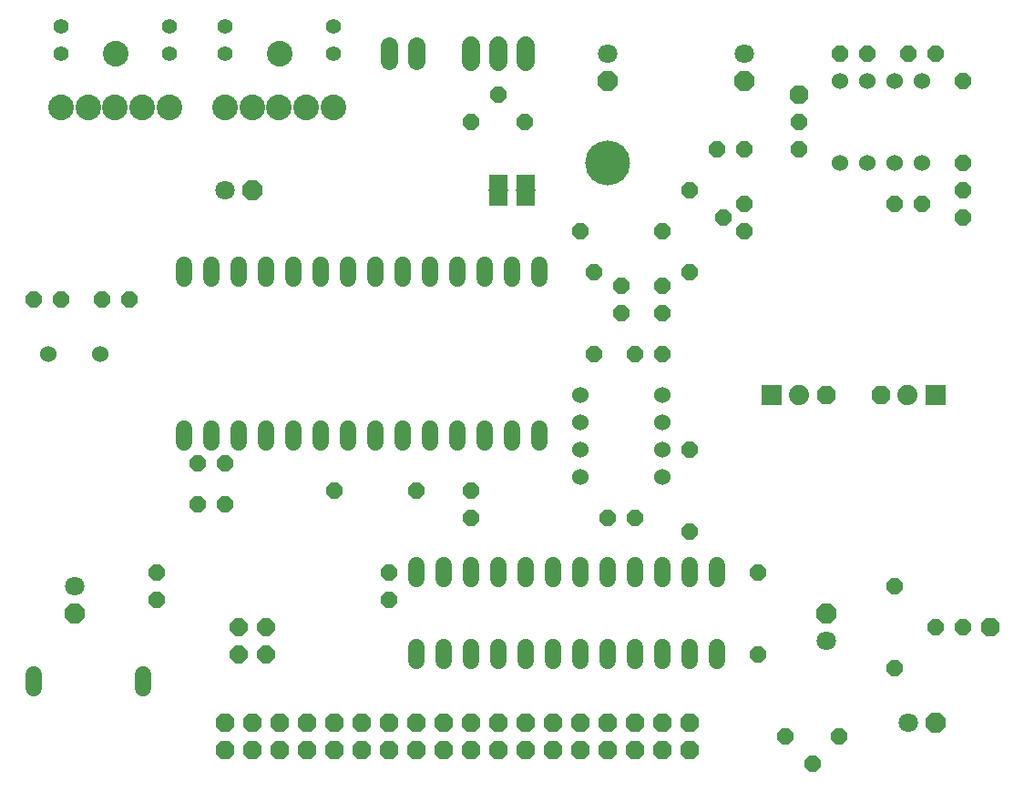
<source format=gbs>
G04 EAGLE Gerber RS-274X export*
G75*
%MOMM*%
%FSLAX34Y34*%
%LPD*%
%INSoldermask Bottom*%
%IPPOS*%
%AMOC8*
5,1,8,0,0,1.08239X$1,22.5*%
G01*
%ADD10P,1.649562X8X292.500000*%
%ADD11P,1.951982X8X292.500000*%
%ADD12C,1.803400*%
%ADD13C,1.524000*%
%ADD14C,1.524000*%
%ADD15P,1.649562X8X22.500000*%
%ADD16P,1.649562X8X202.500000*%
%ADD17P,1.649562X8X112.500000*%
%ADD18C,1.625600*%
%ADD19C,2.387600*%
%ADD20C,1.403200*%
%ADD21P,1.869504X8X22.500000*%
%ADD22P,1.951982X8X22.500000*%
%ADD23P,1.951982X8X112.500000*%
%ADD24C,4.165600*%
%ADD25P,1.869504X8X202.500000*%
%ADD26C,1.727200*%
%ADD27R,1.803400X1.371600*%
%ADD28R,1.828800X0.152400*%
%ADD29R,1.917700X1.917700*%
%ADD30C,1.879600*%
%ADD31P,1.759533X8X22.500000*%


D10*
X355600Y215900D03*
X355600Y190500D03*
D11*
X63500Y177800D03*
D12*
X63500Y203200D03*
D13*
X165100Y336296D02*
X165100Y349504D01*
X190500Y349504D02*
X190500Y336296D01*
X215900Y336296D02*
X215900Y349504D01*
X241300Y349504D02*
X241300Y336296D01*
X266700Y336296D02*
X266700Y349504D01*
X292100Y349504D02*
X292100Y336296D01*
X317500Y336296D02*
X317500Y349504D01*
X342900Y349504D02*
X342900Y336296D01*
X368300Y336296D02*
X368300Y349504D01*
X393700Y349504D02*
X393700Y336296D01*
X419100Y336296D02*
X419100Y349504D01*
X444500Y349504D02*
X444500Y336296D01*
X469900Y336296D02*
X469900Y349504D01*
X495300Y349504D02*
X495300Y336296D01*
X495300Y488696D02*
X495300Y501904D01*
X469900Y501904D02*
X469900Y488696D01*
X444500Y488696D02*
X444500Y501904D01*
X419100Y501904D02*
X419100Y488696D01*
X393700Y488696D02*
X393700Y501904D01*
X368300Y501904D02*
X368300Y488696D01*
X342900Y488696D02*
X342900Y501904D01*
X317500Y501904D02*
X317500Y488696D01*
X292100Y488696D02*
X292100Y501904D01*
X266700Y501904D02*
X266700Y488696D01*
X241300Y488696D02*
X241300Y501904D01*
X215900Y501904D02*
X215900Y488696D01*
X190500Y488696D02*
X190500Y501904D01*
X165100Y501904D02*
X165100Y488696D01*
D14*
X87630Y419100D03*
X39370Y419100D03*
D15*
X88900Y469900D03*
X114300Y469900D03*
D16*
X50800Y469900D03*
X25400Y469900D03*
X203200Y279400D03*
X177800Y279400D03*
X203200Y317500D03*
X177800Y317500D03*
X432054Y635000D03*
X482346Y635000D03*
X457200Y660400D03*
X685800Y609600D03*
X660400Y609600D03*
D14*
X774700Y596900D03*
X800100Y596900D03*
X800100Y673100D03*
X774700Y673100D03*
X825500Y596900D03*
X850900Y596900D03*
X825500Y673100D03*
X850900Y673100D03*
D16*
X800100Y698500D03*
X774700Y698500D03*
D10*
X736600Y635000D03*
X736600Y609600D03*
D15*
X838200Y698500D03*
X863600Y698500D03*
D17*
X889000Y596900D03*
X889000Y673100D03*
D10*
X889000Y571500D03*
X889000Y546100D03*
D18*
X381000Y691388D02*
X381000Y705612D01*
X355600Y705612D02*
X355600Y691388D01*
D19*
X254000Y698500D03*
X279000Y648500D03*
X304000Y648500D03*
X229000Y648500D03*
X204000Y648500D03*
D20*
X304000Y698500D03*
X304000Y723500D03*
X204000Y723500D03*
X204000Y698500D03*
D19*
X253600Y648500D03*
D21*
X736600Y660400D03*
D10*
X825500Y203200D03*
X825500Y127000D03*
D22*
X863600Y76200D03*
D12*
X838200Y76200D03*
D23*
X762000Y177800D03*
D12*
X762000Y152400D03*
D15*
X863600Y165100D03*
X889000Y165100D03*
D19*
X101600Y698500D03*
X126600Y648500D03*
X151600Y648500D03*
X76600Y648500D03*
X51600Y648500D03*
D20*
X151600Y698500D03*
X151600Y723500D03*
X51600Y723500D03*
X51600Y698500D03*
D19*
X101200Y648500D03*
D21*
X914400Y165100D03*
D10*
X635000Y330200D03*
X635000Y254000D03*
D16*
X584200Y266700D03*
X558800Y266700D03*
D14*
X533400Y381000D03*
X533400Y355600D03*
X609600Y355600D03*
X609600Y381000D03*
X533400Y330200D03*
X533400Y304800D03*
X609600Y330200D03*
X609600Y304800D03*
D10*
X571500Y482600D03*
X571500Y457200D03*
D17*
X546100Y419100D03*
X546100Y495300D03*
X609600Y457200D03*
X609600Y482600D03*
D16*
X609600Y419100D03*
X584200Y419100D03*
X381000Y292100D03*
X304800Y292100D03*
D10*
X431800Y292100D03*
X431800Y266700D03*
D22*
X228600Y571500D03*
D12*
X203200Y571500D03*
D15*
X533400Y533400D03*
X609600Y533400D03*
X825500Y558800D03*
X850900Y558800D03*
D10*
X139700Y215900D03*
X139700Y190500D03*
D24*
X558800Y596900D03*
D25*
X635000Y76200D03*
X609600Y76200D03*
X584200Y76200D03*
X558800Y76200D03*
X533400Y76200D03*
X508000Y76200D03*
X635000Y50800D03*
X609600Y50800D03*
X584200Y50800D03*
X558800Y50800D03*
X533400Y50800D03*
X508000Y50800D03*
X482600Y76200D03*
X482600Y50800D03*
X457200Y76200D03*
X431800Y76200D03*
X406400Y76200D03*
X381000Y76200D03*
X355600Y76200D03*
X330200Y76200D03*
X457200Y50800D03*
X431800Y50800D03*
X406400Y50800D03*
X381000Y50800D03*
X355600Y50800D03*
X330200Y50800D03*
X304800Y76200D03*
X304800Y50800D03*
X279400Y76200D03*
X254000Y76200D03*
X228600Y76200D03*
X203200Y76200D03*
X279400Y50800D03*
X254000Y50800D03*
X228600Y50800D03*
X203200Y50800D03*
D13*
X127000Y107696D02*
X127000Y120904D01*
X25400Y120904D02*
X25400Y107696D01*
D26*
X482600Y690880D02*
X482600Y706120D01*
X457200Y706120D02*
X457200Y690880D01*
X431800Y690880D02*
X431800Y706120D01*
D13*
X381000Y146304D02*
X381000Y133096D01*
X406400Y133096D02*
X406400Y146304D01*
X431800Y146304D02*
X431800Y133096D01*
X457200Y133096D02*
X457200Y146304D01*
X482600Y146304D02*
X482600Y133096D01*
X508000Y133096D02*
X508000Y146304D01*
X533400Y146304D02*
X533400Y133096D01*
X558800Y133096D02*
X558800Y146304D01*
X584200Y146304D02*
X584200Y133096D01*
X609600Y133096D02*
X609600Y146304D01*
X635000Y146304D02*
X635000Y133096D01*
X660400Y133096D02*
X660400Y146304D01*
X660400Y209296D02*
X660400Y222504D01*
X635000Y222504D02*
X635000Y209296D01*
X609600Y209296D02*
X609600Y222504D01*
X584200Y222504D02*
X584200Y209296D01*
X558800Y209296D02*
X558800Y222504D01*
X533400Y222504D02*
X533400Y209296D01*
X508000Y209296D02*
X508000Y222504D01*
X482600Y222504D02*
X482600Y209296D01*
X457200Y209296D02*
X457200Y222504D01*
X431800Y222504D02*
X431800Y209296D01*
X406400Y209296D02*
X406400Y222504D01*
X381000Y222504D02*
X381000Y209296D01*
D15*
X774446Y63500D03*
X724154Y63500D03*
X749300Y38100D03*
D27*
X482600Y563880D03*
X482600Y579120D03*
D28*
X482600Y571500D03*
D27*
X457200Y563880D03*
X457200Y579120D03*
D28*
X457200Y571500D03*
D29*
X711200Y381000D03*
X863600Y381000D03*
D30*
X737400Y381000D03*
X837400Y381000D03*
D21*
X812800Y381000D03*
X762000Y381000D03*
D11*
X685800Y673100D03*
D12*
X685800Y698500D03*
D10*
X698500Y215900D03*
X698500Y139700D03*
D17*
X685800Y558800D03*
X666750Y546100D03*
X685800Y533400D03*
D10*
X635000Y571500D03*
X635000Y495300D03*
D31*
X215900Y139700D03*
X215900Y165100D03*
X241300Y139700D03*
X241300Y165100D03*
D11*
X558800Y673100D03*
D12*
X558800Y698500D03*
M02*

</source>
